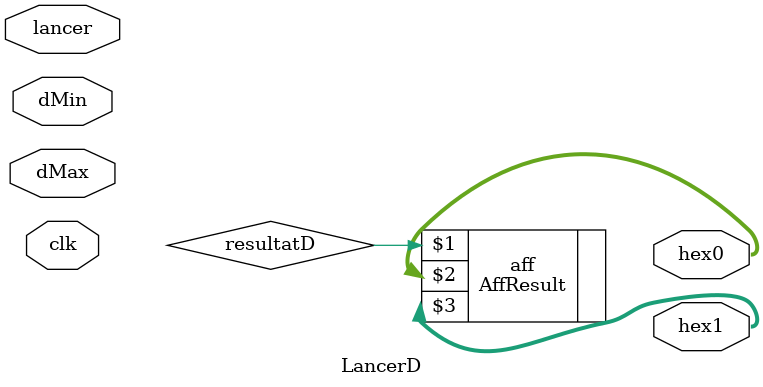
<source format=v>
module LancerD(clk, lancer, dMin, dMax, hex0, hex1);

input clk, lancer;
input[6:0] dMin, dMax;

output[6:0] hex0, hex1;

wire[6:0] entropy, resultat;

Cnt #(7, 100)cnt(clk, entropy);
Result res(lancer, entropy, dMin, dMax, resultat);
AffResult aff(resultatD, hex0, hex1);

endmodule

</source>
